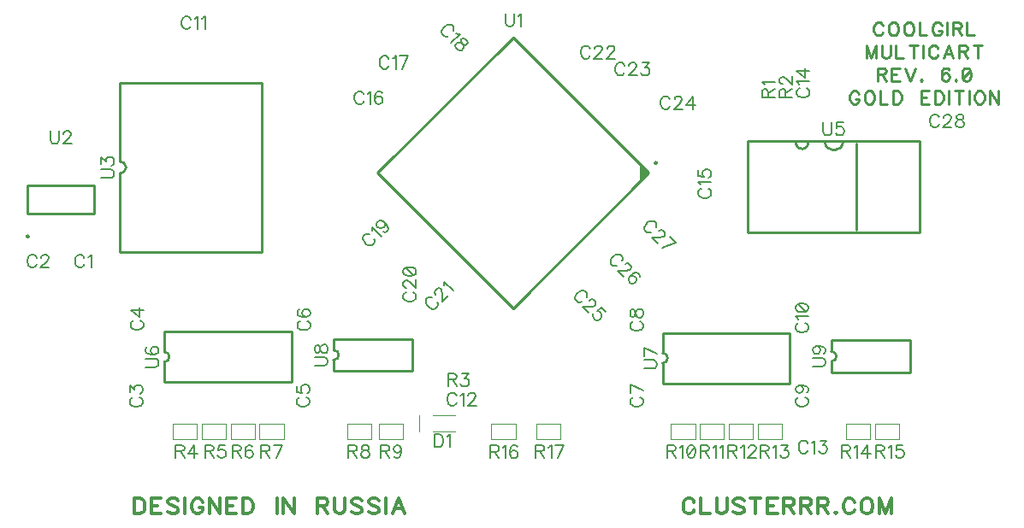
<source format=gbr>
G04 DipTrace 4.0.0.5*
G04 TopSilk.gbr*
%MOIN*%
G04 #@! TF.FileFunction,Legend,Top*
G04 #@! TF.Part,Single*
%ADD10C,0.009843*%
%ADD13C,0.004724*%
%ADD29C,0.003937*%
%ADD79C,0.00772*%
%ADD80C,0.013123*%
%ADD81C,0.010936*%
%FSLAX26Y26*%
G04*
G70*
G90*
G75*
G01*
G04 TopSilk*
%LPD*%
X2135827Y1075197D2*
D13*
X2051575D1*
X2135827Y1012205D2*
X2051575D1*
X1997244Y1075591D2*
Y1011811D1*
X1037539Y1042175D2*
D29*
Y982707D1*
X1131437D1*
Y1042175D1*
X1037539D1*
X1150020D2*
Y982707D1*
X1243917D1*
Y1042175D1*
X1150020D1*
X1262539D2*
Y982707D1*
X1356437D1*
Y1042175D1*
X1262539D1*
X1375020D2*
Y982707D1*
X1468917D1*
Y1042175D1*
X1375020D1*
X1715492D2*
Y982707D1*
X1809390D1*
Y1042175D1*
X1715492D1*
X1840492D2*
Y982707D1*
X1934390D1*
Y1042175D1*
X1840492D1*
X2978012D2*
Y982707D1*
X3071909D1*
Y1042175D1*
X2978012D1*
X3090501Y1042185D2*
Y982718D1*
X3184399D1*
Y1042185D1*
X3090501D1*
X3203001Y1042184D2*
Y982717D1*
X3296899D1*
Y1042184D1*
X3203001D1*
X3315503Y1042185D2*
Y982718D1*
X3409400D1*
Y1042185D1*
X3315503D1*
X3659253Y1042184D2*
Y982717D1*
X3753151D1*
Y1042184D1*
X3659253D1*
X3771752D2*
Y982717D1*
X3865650D1*
Y1042184D1*
X3771752D1*
X2371909Y982707D2*
Y1042175D1*
X2278012D1*
Y982707D1*
X2371909D1*
X2546909D2*
Y1042175D1*
X2453012D1*
Y982707D1*
X2546909D1*
X2891270Y2021761D2*
D10*
X2362387Y2550644D1*
X1833633Y2021889D1*
X2362515Y1493007D1*
X2891270Y2021761D1*
G36*
X2913648Y2066294D2*
X2914418Y2066969D1*
X2915270Y2067539D1*
X2916189Y2067992D1*
X2917159Y2068321D1*
X2918164Y2068521D1*
X2919187Y2068588D1*
X2920209Y2068521D1*
X2921214Y2068321D1*
X2922184Y2067992D1*
X2923103Y2067539D1*
X2923955Y2066969D1*
X2924725Y2066294D1*
X2925401Y2065524D1*
X2925970Y2064672D1*
X2926423Y2063753D1*
X2926752Y2062783D1*
X2926952Y2061778D1*
X2927019Y2060755D1*
X2926952Y2059733D1*
X2926752Y2058728D1*
X2926423Y2057758D1*
X2925970Y2056839D1*
X2925401Y2055987D1*
X2924725Y2055217D1*
X2924661Y2055153D1*
X2923891Y2054477D1*
X2923039Y2053908D1*
X2922120Y2053455D1*
X2921150Y2053125D1*
X2920145Y2052926D1*
X2919123Y2052859D1*
X2918100Y2052926D1*
X2917095Y2053125D1*
X2916125Y2053455D1*
X2915206Y2053908D1*
X2914354Y2054477D1*
X2913584Y2055153D1*
X2912909Y2055923D1*
X2912339Y2056775D1*
X2911886Y2057694D1*
X2911557Y2058664D1*
X2911357Y2059669D1*
X2911290Y2060691D1*
X2911357Y2061714D1*
X2911557Y2062719D1*
X2911886Y2063689D1*
X2912339Y2064608D1*
X2912909Y2065459D1*
X2913584Y2066230D1*
X2913648Y2066294D1*
G37*
G36*
X2891270Y2021761D2*
X2855093Y2057938D1*
X2855157Y1985649D1*
X2891270Y2021761D1*
G37*
G36*
X478773Y1774320D2*
X478707Y1773315D1*
X478511Y1772327D1*
X478187Y1771373D1*
X477741Y1770469D1*
X477181Y1769631D1*
X476517Y1768874D1*
X475760Y1768210D1*
X474922Y1767650D1*
X474018Y1767204D1*
X473064Y1766881D1*
X472076Y1766684D1*
X471071Y1766618D1*
X470066Y1766684D1*
X469077Y1766881D1*
X468123Y1767204D1*
X467220Y1767650D1*
X466382Y1768210D1*
X465625Y1768874D1*
X464960Y1769631D1*
X464401Y1770469D1*
X463955Y1771373D1*
X463631Y1772327D1*
X463435Y1773315D1*
X463369Y1774320D1*
Y1774346D1*
X463435Y1775352D1*
X463631Y1776340D1*
X463955Y1777294D1*
X464401Y1778198D1*
X464960Y1779035D1*
X465625Y1779793D1*
X466382Y1780457D1*
X467220Y1781017D1*
X468123Y1781462D1*
X469077Y1781786D1*
X470066Y1781983D1*
X471071Y1782049D1*
X472076Y1781983D1*
X473064Y1781786D1*
X474018Y1781462D1*
X474922Y1781017D1*
X475760Y1780457D1*
X476517Y1779793D1*
X477181Y1779035D1*
X477741Y1778198D1*
X478187Y1777294D1*
X478511Y1776340D1*
X478707Y1775352D1*
X478773Y1774346D1*
Y1774320D1*
G37*
X470031Y1863583D2*
D10*
X729862D1*
X470031Y1973819D2*
X729862D1*
Y1863583D2*
Y1973819D1*
X470031Y1863583D2*
Y1973819D1*
X830596Y1713060D2*
X1381806D1*
Y2374341D1*
X830596D1*
Y2067299D1*
Y1713060D2*
Y2020102D1*
G03X830596Y2067299I49J23598D01*
G01*
X3698862Y1801238D2*
Y2135902D1*
X3701597Y2145753D2*
X3512562D1*
X3465407D2*
G03X3512562Y2145753I23577J-5634D01*
G01*
X3278360D2*
X3278277Y1793937D1*
X3278360Y1791386D2*
X3947650D1*
X3947899Y1794220D2*
X3947650Y2145753D1*
X3648475D1*
X3577535D2*
X3278360D1*
X3577535D2*
G03X3648475Y2145753I35470J33D01*
G01*
X1003912Y1206000D2*
X1499957D1*
Y1402832D1*
X1003912D1*
Y1324085D1*
Y1206000D2*
Y1284747D1*
G03X1003912Y1324085I24J19669D01*
G01*
X2945678Y1201535D2*
X3441723D1*
Y1398367D1*
X2945678D1*
Y1319621D1*
Y1201535D2*
Y1280282D1*
G03X2945678Y1319621I24J19669D01*
G01*
X1663239Y1248623D2*
X1970357D1*
X1663239Y1374594D2*
X1970357D1*
Y1248623D2*
Y1374594D1*
X1663239Y1248623D2*
Y1291920D1*
Y1331298D2*
Y1374594D1*
Y1291920D2*
G03X1663239Y1331298I-3J19689D01*
G01*
X3602642Y1243215D2*
X3909760D1*
X3602642Y1369186D2*
X3909760D1*
Y1243215D2*
Y1369186D1*
X3602642Y1243215D2*
Y1286512D1*
Y1325890D2*
Y1369186D1*
Y1286512D2*
G03X3602642Y1325890I-3J19689D01*
G01*
X887762Y752670D2*
D80*
Y692382D1*
X907858D1*
X916481Y695300D1*
X922251Y701004D1*
X925103Y706774D1*
X927954Y715330D1*
Y729722D1*
X925103Y738344D1*
X922251Y744048D1*
X916481Y749818D1*
X907858Y752670D1*
X887762D1*
X991475D2*
X954201D1*
Y692382D1*
X991475D1*
X954201Y723952D2*
X977149D1*
X1057914Y744048D2*
X1052210Y749818D1*
X1043588Y752670D1*
X1032114D1*
X1023492Y749818D1*
X1017722Y744048D1*
Y738344D1*
X1020640Y732574D1*
X1023492Y729722D1*
X1029196Y726870D1*
X1046440Y721100D1*
X1052210Y718248D1*
X1055062Y715330D1*
X1057914Y709626D1*
Y701004D1*
X1052210Y695300D1*
X1043588Y692382D1*
X1032114D1*
X1023492Y695300D1*
X1017722Y701004D1*
X1084160Y752670D2*
Y692382D1*
X1153451Y738344D2*
X1150599Y744048D1*
X1144829Y749818D1*
X1139125Y752670D1*
X1127651D1*
X1121881Y749818D1*
X1116177Y744048D1*
X1113259Y738344D1*
X1110407Y729722D1*
Y715330D1*
X1113259Y706774D1*
X1116177Y701004D1*
X1121881Y695300D1*
X1127651Y692382D1*
X1139125D1*
X1144829Y695300D1*
X1150599Y701004D1*
X1153451Y706774D1*
Y715330D1*
X1139125D1*
X1219890Y752670D2*
Y692382D1*
X1179698Y752670D1*
Y692382D1*
X1283410Y752670D2*
X1246136D1*
Y692382D1*
X1283410D1*
X1246136Y723952D2*
X1269084D1*
X1309657Y752670D2*
Y692382D1*
X1329753D1*
X1338375Y695300D1*
X1344145Y701004D1*
X1346997Y706774D1*
X1349849Y715330D1*
Y729722D1*
X1346997Y738344D1*
X1344145Y744048D1*
X1338375Y749818D1*
X1329753Y752670D1*
X1309657D1*
X1442136D2*
Y692382D1*
X1508575Y752670D2*
Y692382D1*
X1468383Y752670D1*
Y692382D1*
X1600863Y723952D2*
X1626663D1*
X1635285Y726870D1*
X1638203Y729722D1*
X1641055Y735426D1*
Y741196D1*
X1638203Y746900D1*
X1635285Y749818D1*
X1626663Y752670D1*
X1600863D1*
Y692382D1*
X1620959Y723952D2*
X1641055Y692382D1*
X1667301Y752670D2*
Y709626D1*
X1670153Y701004D1*
X1675923Y695300D1*
X1684546Y692382D1*
X1690249D1*
X1698871Y695300D1*
X1704642Y701004D1*
X1707493Y709626D1*
Y752670D1*
X1773932Y744048D2*
X1768228Y749818D1*
X1759606Y752670D1*
X1748132D1*
X1739510Y749818D1*
X1733740Y744048D1*
Y738344D1*
X1736658Y732574D1*
X1739510Y729722D1*
X1745214Y726870D1*
X1762458Y721100D1*
X1768228Y718248D1*
X1771080Y715330D1*
X1773932Y709626D1*
Y701004D1*
X1768228Y695300D1*
X1759606Y692382D1*
X1748132D1*
X1739510Y695300D1*
X1733740Y701004D1*
X1840371Y744048D2*
X1834667Y749818D1*
X1826045Y752670D1*
X1814571D1*
X1805949Y749818D1*
X1800179Y744048D1*
Y738344D1*
X1803097Y732574D1*
X1805949Y729722D1*
X1811653Y726870D1*
X1828897Y721100D1*
X1834667Y718248D1*
X1837519Y715330D1*
X1840371Y709626D1*
Y701004D1*
X1834667Y695300D1*
X1826045Y692382D1*
X1814571D1*
X1805949Y695300D1*
X1800179Y701004D1*
X1866618Y752670D2*
Y692382D1*
X1938826D2*
X1915812Y752670D1*
X1892864Y692382D1*
X1901486Y712478D2*
X1930204D1*
X3068308Y738345D2*
X3065456Y744049D1*
X3059686Y749819D1*
X3053982Y752671D1*
X3042508D1*
X3036738Y749819D1*
X3031034Y744049D1*
X3028116Y738345D1*
X3025264Y729723D1*
Y715331D1*
X3028116Y706775D1*
X3031034Y701005D1*
X3036738Y695301D1*
X3042508Y692383D1*
X3053982D1*
X3059686Y695301D1*
X3065456Y701005D1*
X3068308Y706775D1*
X3094554Y752671D2*
Y692383D1*
X3128976D1*
X3155223Y752671D2*
Y709627D1*
X3158075Y701005D1*
X3163845Y695301D1*
X3172467Y692383D1*
X3178171D1*
X3186793Y695301D1*
X3192563Y701005D1*
X3195415Y709627D1*
Y752671D1*
X3261854Y744049D2*
X3256150Y749819D1*
X3247528Y752671D1*
X3236054D1*
X3227432Y749819D1*
X3221662Y744049D1*
Y738345D1*
X3224580Y732575D1*
X3227432Y729723D1*
X3233136Y726871D1*
X3250380Y721101D1*
X3256150Y718249D1*
X3259002Y715331D1*
X3261854Y709627D1*
Y701005D1*
X3256150Y695301D1*
X3247528Y692383D1*
X3236054D1*
X3227432Y695301D1*
X3221662Y701005D1*
X3308196Y752671D2*
Y692383D1*
X3288100Y752671D2*
X3328292D1*
X3391813D2*
X3354539D1*
Y692383D1*
X3391813D1*
X3354539Y723953D2*
X3377487D1*
X3418060D2*
X3443859D1*
X3452482Y726871D1*
X3455400Y729723D1*
X3458252Y735427D1*
Y741197D1*
X3455400Y746901D1*
X3452482Y749819D1*
X3443859Y752671D1*
X3418060D1*
Y692383D1*
X3438156Y723953D2*
X3458252Y692383D1*
X3484498Y723953D2*
X3510298D1*
X3518920Y726871D1*
X3521838Y729723D1*
X3524690Y735427D1*
Y741197D1*
X3521838Y746901D1*
X3518920Y749819D1*
X3510298Y752671D1*
X3484498D1*
Y692383D1*
X3504594Y723953D2*
X3524690Y692383D1*
X3550937Y723953D2*
X3576737D1*
X3585359Y726871D1*
X3588277Y729723D1*
X3591129Y735427D1*
Y741197D1*
X3588277Y746901D1*
X3585359Y749819D1*
X3576737Y752671D1*
X3550937D1*
Y692383D1*
X3571033Y723953D2*
X3591129Y692383D1*
X3620228Y698153D2*
X3617376Y695235D1*
X3620228Y692383D1*
X3623146Y695235D1*
X3620228Y698153D1*
X3692437Y738345D2*
X3689585Y744049D1*
X3683815Y749819D1*
X3678111Y752671D1*
X3666637D1*
X3660867Y749819D1*
X3655163Y744049D1*
X3652245Y738345D1*
X3649393Y729723D1*
Y715331D1*
X3652245Y706775D1*
X3655163Y701005D1*
X3660867Y695301D1*
X3666637Y692383D1*
X3678111D1*
X3683815Y695301D1*
X3689585Y701005D1*
X3692437Y706775D1*
X3735927Y752671D2*
X3730157Y749819D1*
X3724453Y744049D1*
X3721535Y738345D1*
X3718683Y729723D1*
Y715331D1*
X3721535Y706775D1*
X3724453Y701005D1*
X3730157Y695301D1*
X3735927Y692383D1*
X3747401D1*
X3753105Y695301D1*
X3758875Y701005D1*
X3761727Y706775D1*
X3764579Y715331D1*
Y729723D1*
X3761727Y738345D1*
X3758875Y744049D1*
X3753105Y749819D1*
X3747401Y752671D1*
X3735927D1*
X3836722Y692383D2*
Y752671D1*
X3813774Y692383D1*
X3790826Y752671D1*
Y692383D1*
X3803860Y2597574D2*
D81*
X3801484Y2602327D1*
X3796675Y2607135D1*
X3791922Y2609512D1*
X3782360D1*
X3777552Y2607135D1*
X3772799Y2602327D1*
X3770367Y2597574D1*
X3767990Y2590389D1*
Y2578395D1*
X3770367Y2571265D1*
X3772799Y2566457D1*
X3777552Y2561704D1*
X3782360Y2559272D1*
X3791922D1*
X3796675Y2561704D1*
X3801484Y2566457D1*
X3803860Y2571265D1*
X3840102Y2609512D2*
X3835294Y2607135D1*
X3830541Y2602327D1*
X3828109Y2597574D1*
X3825732Y2590389D1*
Y2578395D1*
X3828109Y2571265D1*
X3830541Y2566457D1*
X3835294Y2561704D1*
X3840102Y2559272D1*
X3849664D1*
X3854417Y2561704D1*
X3859226Y2566457D1*
X3861602Y2571265D1*
X3863979Y2578395D1*
Y2590389D1*
X3861602Y2597574D1*
X3859226Y2602327D1*
X3854417Y2607135D1*
X3849664Y2609512D1*
X3840102D1*
X3900221D2*
X3895413Y2607135D1*
X3890660Y2602327D1*
X3888228Y2597574D1*
X3885851Y2590389D1*
Y2578395D1*
X3888228Y2571265D1*
X3890660Y2566457D1*
X3895413Y2561704D1*
X3900221Y2559272D1*
X3909783D1*
X3914536Y2561704D1*
X3919345Y2566457D1*
X3921721Y2571265D1*
X3924098Y2578395D1*
Y2590389D1*
X3921721Y2597574D1*
X3919345Y2602327D1*
X3914536Y2607135D1*
X3909783Y2609512D1*
X3900221D1*
X3945970D2*
Y2559272D1*
X3974655D1*
X4032397Y2597574D2*
X4030020Y2602327D1*
X4025212Y2607135D1*
X4020459Y2609512D1*
X4010897D1*
X4006089Y2607135D1*
X4001336Y2602327D1*
X3998904Y2597574D1*
X3996527Y2590389D1*
Y2578395D1*
X3998904Y2571265D1*
X4001336Y2566457D1*
X4006089Y2561704D1*
X4010897Y2559272D1*
X4020459D1*
X4025212Y2561704D1*
X4030020Y2566457D1*
X4032397Y2571265D1*
Y2578395D1*
X4020459D1*
X4054269Y2609512D2*
Y2559272D1*
X4076142Y2585580D2*
X4097641D1*
X4104826Y2588012D1*
X4107258Y2590389D1*
X4109635Y2595142D1*
Y2599950D1*
X4107258Y2604703D1*
X4104826Y2607135D1*
X4097641Y2609512D1*
X4076142D1*
Y2559272D1*
X4092888Y2585580D2*
X4109635Y2559272D1*
X4131507Y2609512D2*
Y2559272D1*
X4160192D1*
X3777310Y2470083D2*
Y2520323D1*
X3758187Y2470083D1*
X3739064Y2520323D1*
Y2470083D1*
X3799183Y2520323D2*
Y2484454D1*
X3801559Y2477269D1*
X3806368Y2472515D1*
X3813553Y2470083D1*
X3818306D1*
X3825491Y2472515D1*
X3830299Y2477269D1*
X3832676Y2484454D1*
Y2520323D1*
X3854548D2*
Y2470083D1*
X3883233D1*
X3921852Y2520323D2*
Y2470083D1*
X3905105Y2520323D2*
X3938599D1*
X3960471D2*
Y2470083D1*
X4018213Y2508385D2*
X4015837Y2513138D1*
X4011028Y2517947D1*
X4006275Y2520323D1*
X3996713D1*
X3991905Y2517947D1*
X3987152Y2513138D1*
X3984720Y2508385D1*
X3982343Y2501200D1*
Y2489207D1*
X3984720Y2482077D1*
X3987152Y2477269D1*
X3991905Y2472515D1*
X3996713Y2470083D1*
X4006275D1*
X4011028Y2472515D1*
X4015837Y2477269D1*
X4018213Y2482077D1*
X4078387Y2470083D2*
X4059209Y2520323D1*
X4040085Y2470083D1*
X4047270Y2486830D2*
X4071202D1*
X4100259Y2496392D2*
X4121759D1*
X4128944Y2498824D1*
X4131376Y2501200D1*
X4133753Y2505953D1*
Y2510762D1*
X4131376Y2515515D1*
X4128944Y2517947D1*
X4121759Y2520323D1*
X4100259D1*
Y2470083D1*
X4117006Y2496392D2*
X4133753Y2470083D1*
X4172372Y2520323D2*
Y2470083D1*
X4155625Y2520323D2*
X4189118D1*
X3782471Y2407203D2*
X3803971D1*
X3811156Y2409635D1*
X3813588Y2412012D1*
X3815964Y2416765D1*
Y2421574D1*
X3813588Y2426327D1*
X3811156Y2428759D1*
X3803971Y2431135D1*
X3782471D1*
Y2380895D1*
X3799217Y2407203D2*
X3815964Y2380895D1*
X3868898Y2431135D2*
X3837836D1*
Y2380895D1*
X3868898D1*
X3837836Y2407203D2*
X3856960D1*
X3890770Y2431135D2*
X3909893Y2380895D1*
X3929017Y2431135D1*
X3953266Y2385704D2*
X3950889Y2383272D1*
X3953266Y2380895D1*
X3955697Y2383272D1*
X3953266Y2385704D1*
X4061289Y2423950D2*
X4058912Y2428703D1*
X4051727Y2431080D1*
X4046974D1*
X4039789Y2428703D1*
X4034980Y2421518D1*
X4032604Y2409580D1*
Y2397642D1*
X4034980Y2388080D1*
X4039789Y2383272D1*
X4046974Y2380895D1*
X4049350D1*
X4056480Y2383272D1*
X4061289Y2388080D1*
X4063665Y2395265D1*
Y2397642D1*
X4061289Y2404827D1*
X4056480Y2409580D1*
X4049350Y2411957D1*
X4046974D1*
X4039789Y2409580D1*
X4034980Y2404827D1*
X4032604Y2397642D1*
X4087914Y2385704D2*
X4085537Y2383272D1*
X4087914Y2380895D1*
X4090346Y2383272D1*
X4087914Y2385704D1*
X4126588Y2431080D2*
X4119403Y2428703D1*
X4114595Y2421518D1*
X4112218Y2409580D1*
Y2402395D1*
X4114595Y2390457D1*
X4119403Y2383272D1*
X4126588Y2380895D1*
X4131341D1*
X4138526Y2383272D1*
X4143280Y2390457D1*
X4145711Y2402395D1*
Y2409580D1*
X4143280Y2421518D1*
X4138526Y2428703D1*
X4131341Y2431080D1*
X4126588D1*
X4143280Y2421518D2*
X4114595Y2390457D1*
X3710041Y2330009D2*
X3707665Y2334762D1*
X3702856Y2339570D1*
X3698103Y2341947D1*
X3688542D1*
X3683733Y2339570D1*
X3678980Y2334762D1*
X3676548Y2330009D1*
X3674171Y2322824D1*
Y2310830D1*
X3676548Y2303700D1*
X3678980Y2298892D1*
X3683733Y2294139D1*
X3688542Y2291707D1*
X3698103D1*
X3702856Y2294139D1*
X3707665Y2298892D1*
X3710041Y2303700D1*
Y2310830D1*
X3698103D1*
X3746284Y2341947D2*
X3741475Y2339570D1*
X3736722Y2334762D1*
X3734290Y2330009D1*
X3731914Y2322824D1*
Y2310830D1*
X3734290Y2303700D1*
X3736722Y2298892D1*
X3741475Y2294139D1*
X3746284Y2291707D1*
X3755845D1*
X3760599Y2294139D1*
X3765407Y2298892D1*
X3767784Y2303700D1*
X3770160Y2310830D1*
Y2322824D1*
X3767784Y2330009D1*
X3765407Y2334762D1*
X3760599Y2339570D1*
X3755845Y2341947D1*
X3746284D1*
X3792032D2*
Y2291707D1*
X3820717D1*
X3842590Y2341947D2*
Y2291707D1*
X3859336D1*
X3866521Y2294139D1*
X3871330Y2298892D1*
X3873706Y2303700D1*
X3876083Y2310830D1*
Y2322824D1*
X3873706Y2330009D1*
X3871330Y2334762D1*
X3866521Y2339570D1*
X3859336Y2341947D1*
X3842590D1*
X3984051D2*
X3952989D1*
Y2291707D1*
X3984051D1*
X3952989Y2318015D2*
X3972112D1*
X4005923Y2341947D2*
Y2291707D1*
X4022670D1*
X4029855Y2294139D1*
X4034663Y2298892D1*
X4037040Y2303700D1*
X4039416Y2310830D1*
Y2322824D1*
X4037040Y2330009D1*
X4034663Y2334762D1*
X4029855Y2339570D1*
X4022670Y2341947D1*
X4005923D1*
X4061289D2*
Y2291707D1*
X4099907Y2341947D2*
Y2291707D1*
X4083161Y2341947D2*
X4116654D1*
X4138526D2*
Y2291707D1*
X4174769Y2341947D2*
X4169960Y2339570D1*
X4165207Y2334762D1*
X4162775Y2330009D1*
X4160399Y2322824D1*
Y2310830D1*
X4162775Y2303700D1*
X4165207Y2298892D1*
X4169960Y2294139D1*
X4174769Y2291707D1*
X4184330D1*
X4189084Y2294139D1*
X4193892Y2298892D1*
X4196269Y2303700D1*
X4198645Y2310830D1*
Y2322824D1*
X4196269Y2330009D1*
X4193892Y2334762D1*
X4189084Y2339570D1*
X4184330Y2341947D1*
X4174769D1*
X4254011D2*
Y2291707D1*
X4220517Y2341947D1*
Y2291707D1*
X691670Y1691550D2*
D79*
X689293Y1696303D1*
X684485Y1701112D1*
X679732Y1703488D1*
X670170D1*
X665362Y1701112D1*
X660609Y1696303D1*
X658177Y1691550D1*
X655800Y1684365D1*
Y1672371D1*
X658177Y1665242D1*
X660609Y1660433D1*
X665362Y1655680D1*
X670170Y1653248D1*
X679732D1*
X684485Y1655680D1*
X689293Y1660433D1*
X691670Y1665242D1*
X707109Y1693871D2*
X711918Y1696303D1*
X719103Y1703433D1*
Y1653248D1*
X505920Y1691550D2*
X503544Y1696303D1*
X498735Y1701112D1*
X493982Y1703488D1*
X484420D1*
X479612Y1701112D1*
X474859Y1696303D1*
X472427Y1691550D1*
X470050Y1684365D1*
Y1672371D1*
X472427Y1665242D1*
X474859Y1660433D1*
X479612Y1655680D1*
X484420Y1653248D1*
X493982D1*
X498735Y1655680D1*
X503544Y1660433D1*
X505920Y1665242D1*
X523791Y1691495D2*
Y1693871D1*
X526168Y1698680D1*
X528544Y1701056D1*
X533353Y1703433D1*
X542914D1*
X547668Y1701056D1*
X550044Y1698680D1*
X552476Y1693871D1*
Y1689118D1*
X550044Y1684310D1*
X545291Y1677180D1*
X521359Y1653248D1*
X554853D1*
X881136Y1146147D2*
X876383Y1143771D1*
X871575Y1138962D1*
X869198Y1134209D1*
Y1124647D1*
X871575Y1119839D1*
X876383Y1115086D1*
X881136Y1112654D1*
X888321Y1110277D1*
X900315D1*
X907445Y1112654D1*
X912253Y1115086D1*
X917006Y1119839D1*
X919438Y1124647D1*
Y1134209D1*
X917006Y1138962D1*
X912253Y1143771D1*
X907445Y1146147D1*
X869253Y1166395D2*
Y1192648D1*
X888377Y1178333D1*
Y1185518D1*
X890753Y1190271D1*
X893130Y1192648D1*
X900315Y1195080D1*
X905068D1*
X912253Y1192648D1*
X917062Y1187895D1*
X919438Y1180710D1*
Y1173525D1*
X917062Y1166395D1*
X914630Y1164018D1*
X909877Y1161586D1*
X883697Y1445752D2*
X878944Y1443375D1*
X874135Y1438566D1*
X871759Y1433813D1*
Y1424252D1*
X874135Y1419443D1*
X878944Y1414690D1*
X883697Y1412258D1*
X890882Y1409882D1*
X902875D1*
X910005Y1412258D1*
X914814Y1414690D1*
X919567Y1419443D1*
X921999Y1424252D1*
Y1433813D1*
X919567Y1438566D1*
X914814Y1443375D1*
X910005Y1445752D1*
X921999Y1485122D2*
X871814D1*
X905252Y1461191D1*
Y1497061D1*
X1531136Y1146941D2*
X1526383Y1144565D1*
X1521575Y1139756D1*
X1519198Y1135003D1*
Y1125441D1*
X1521575Y1120633D1*
X1526383Y1115880D1*
X1531136Y1113448D1*
X1538321Y1111071D1*
X1550315D1*
X1557445Y1113448D1*
X1562253Y1115880D1*
X1567006Y1120633D1*
X1569438Y1125441D1*
Y1135003D1*
X1567006Y1139756D1*
X1562253Y1144565D1*
X1557445Y1146941D1*
X1519253Y1191065D2*
Y1167189D1*
X1540753Y1164812D1*
X1538377Y1167189D1*
X1535945Y1174374D1*
Y1181504D1*
X1538377Y1188689D1*
X1543130Y1193497D1*
X1550315Y1195874D1*
X1555068D1*
X1562253Y1193497D1*
X1567062Y1188689D1*
X1569438Y1181504D1*
Y1174374D1*
X1567062Y1167189D1*
X1564630Y1164812D1*
X1559877Y1162380D1*
X1533697Y1444635D2*
X1528944Y1442258D1*
X1524135Y1437450D1*
X1521759Y1432697D1*
Y1423135D1*
X1524135Y1418326D1*
X1528944Y1413573D1*
X1533697Y1411141D1*
X1540882Y1408765D1*
X1552875D1*
X1560005Y1411141D1*
X1564814Y1413573D1*
X1569567Y1418326D1*
X1571999Y1423135D1*
Y1432697D1*
X1569567Y1437450D1*
X1564814Y1442258D1*
X1560005Y1444635D1*
X1528944Y1488759D2*
X1524190Y1486382D1*
X1521814Y1479197D1*
Y1474444D1*
X1524190Y1467259D1*
X1531375Y1462451D1*
X1543314Y1460074D1*
X1555252D1*
X1564814Y1462451D1*
X1569622Y1467259D1*
X1571999Y1474444D1*
Y1476821D1*
X1569622Y1483950D1*
X1564814Y1488759D1*
X1557628Y1491135D1*
X1555252D1*
X1548067Y1488759D1*
X1543314Y1483950D1*
X1540937Y1476821D1*
Y1474444D1*
X1543314Y1467259D1*
X1548067Y1462451D1*
X1555252Y1460074D1*
X2831135Y1147051D2*
X2826382Y1144675D1*
X2821573Y1139866D1*
X2819197Y1135113D1*
Y1125552D1*
X2821573Y1120743D1*
X2826382Y1115990D1*
X2831135Y1113558D1*
X2838320Y1111181D1*
X2850314D1*
X2857443Y1113558D1*
X2862252Y1115990D1*
X2867005Y1120743D1*
X2869437Y1125552D1*
Y1135113D1*
X2867005Y1139866D1*
X2862252Y1144675D1*
X2857443Y1147051D1*
X2869437Y1172052D2*
X2819252Y1195984D1*
Y1162491D1*
X2831135Y1442065D2*
X2826382Y1439688D1*
X2821573Y1434880D1*
X2819197Y1430126D1*
Y1420565D1*
X2821573Y1415756D1*
X2826382Y1411003D1*
X2831135Y1408571D1*
X2838320Y1406195D1*
X2850314D1*
X2857443Y1408571D1*
X2862252Y1411003D1*
X2867005Y1415756D1*
X2869437Y1420565D1*
Y1430126D1*
X2867005Y1434880D1*
X2862252Y1439688D1*
X2857443Y1442065D1*
X2819252Y1469442D2*
X2821629Y1462312D1*
X2826382Y1459880D1*
X2831190D1*
X2835944Y1462312D1*
X2838375Y1467065D1*
X2840752Y1476627D1*
X2843129Y1483812D1*
X2847937Y1488565D1*
X2852690Y1490942D1*
X2859875D1*
X2864628Y1488565D1*
X2867060Y1486189D1*
X2869437Y1479004D1*
Y1469442D1*
X2867060Y1462312D1*
X2864628Y1459880D1*
X2859875Y1457504D1*
X2852690D1*
X2847937Y1459880D1*
X2843129Y1464689D1*
X2840752Y1471819D1*
X2838375Y1481380D1*
X2835944Y1486189D1*
X2831190Y1488565D1*
X2826382D1*
X2821629Y1486189D1*
X2819252Y1479004D1*
Y1469442D1*
X3474884Y1147248D2*
X3470131Y1144871D1*
X3465323Y1140062D1*
X3462946Y1135309D1*
Y1125748D1*
X3465323Y1120939D1*
X3470131Y1116186D1*
X3474884Y1113754D1*
X3482069Y1111378D1*
X3494063D1*
X3501193Y1113754D1*
X3506001Y1116186D1*
X3510754Y1120939D1*
X3513186Y1125748D1*
Y1135309D1*
X3510754Y1140062D1*
X3506001Y1144871D1*
X3501193Y1147248D1*
X3479693Y1193804D2*
X3486878Y1191372D1*
X3491686Y1186618D1*
X3494063Y1179433D1*
Y1177057D1*
X3491686Y1169872D1*
X3486878Y1165119D1*
X3479693Y1162687D1*
X3477316D1*
X3470131Y1165119D1*
X3465378Y1169872D1*
X3463001Y1177057D1*
Y1179433D1*
X3465378Y1186618D1*
X3470131Y1191372D1*
X3479693Y1193804D1*
X3491686D1*
X3503625Y1191372D1*
X3510810Y1186618D1*
X3513186Y1179433D1*
Y1174680D1*
X3510810Y1167495D1*
X3506001Y1165119D1*
X3474884Y1435953D2*
X3470131Y1433577D1*
X3465323Y1428768D1*
X3462946Y1424015D1*
Y1414453D1*
X3465323Y1409645D1*
X3470131Y1404892D1*
X3474884Y1402460D1*
X3482069Y1400083D1*
X3494063D1*
X3501193Y1402460D1*
X3506001Y1404892D1*
X3510754Y1409645D1*
X3513186Y1414453D1*
Y1424015D1*
X3510754Y1428768D1*
X3506001Y1433577D1*
X3501193Y1435953D1*
X3472563Y1451392D2*
X3470131Y1456201D1*
X3463001Y1463386D1*
X3513186D1*
X3463001Y1493195D2*
X3465378Y1486010D1*
X3472563Y1481202D1*
X3484501Y1478825D1*
X3491686D1*
X3503625Y1481202D1*
X3510810Y1486010D1*
X3513186Y1493195D1*
Y1497948D1*
X3510810Y1505133D1*
X3503625Y1509887D1*
X3491686Y1512318D1*
X3484501D1*
X3472563Y1509887D1*
X3465378Y1505133D1*
X3463001Y1497948D1*
Y1493195D1*
X3472563Y1509887D2*
X3503625Y1481202D1*
X1106909Y2621087D2*
X1104532Y2625840D1*
X1099724Y2630648D1*
X1094971Y2633025D1*
X1085409D1*
X1080601Y2630648D1*
X1075848Y2625840D1*
X1073416Y2621087D1*
X1071039Y2613902D1*
Y2601908D1*
X1073416Y2594778D1*
X1075848Y2589970D1*
X1080601Y2585217D1*
X1085409Y2582785D1*
X1094971D1*
X1099724Y2585217D1*
X1104532Y2589970D1*
X1106909Y2594778D1*
X1122348Y2623408D2*
X1127157Y2625840D1*
X1134342Y2632970D1*
Y2582785D1*
X1149781Y2623408D2*
X1154589Y2625840D1*
X1161775Y2632970D1*
Y2582785D1*
X2142204Y1152530D2*
X2139827Y1157283D1*
X2135019Y1162092D1*
X2130266Y1164468D1*
X2120704D1*
X2115895Y1162092D1*
X2111142Y1157283D1*
X2108710Y1152530D1*
X2106334Y1145345D1*
Y1133352D1*
X2108710Y1126222D1*
X2111142Y1121414D1*
X2115895Y1116660D1*
X2120704Y1114228D1*
X2130266D1*
X2135019Y1116660D1*
X2139827Y1121414D1*
X2142204Y1126222D1*
X2157643Y1154852D2*
X2162451Y1157283D1*
X2169636Y1164413D1*
Y1114228D1*
X2187508Y1152475D2*
Y1154852D1*
X2189884Y1159660D1*
X2192261Y1162037D1*
X2197069Y1164413D1*
X2206631D1*
X2211384Y1162037D1*
X2213761Y1159660D1*
X2216192Y1154852D1*
Y1150098D1*
X2213761Y1145290D1*
X2209007Y1138160D1*
X2185076Y1114228D1*
X2218569D1*
X3510953Y966206D2*
X3508577Y970959D1*
X3503768Y975768D1*
X3499015Y978144D1*
X3489453D1*
X3484645Y975768D1*
X3479892Y970959D1*
X3477460Y966206D1*
X3475083Y959021D1*
Y947028D1*
X3477460Y939898D1*
X3479892Y935089D1*
X3484645Y930336D1*
X3489453Y927904D1*
X3499015D1*
X3503768Y930336D1*
X3508577Y935089D1*
X3510953Y939898D1*
X3526392Y968527D2*
X3531201Y970959D1*
X3538386Y978089D1*
Y927904D1*
X3558634Y978089D2*
X3584887D1*
X3570572Y958966D1*
X3577757D1*
X3582510Y956589D1*
X3584887Y954213D1*
X3587318Y947028D1*
Y942274D1*
X3584887Y935089D1*
X3580133Y930281D1*
X3572948Y927904D1*
X3565763D1*
X3558634Y930281D1*
X3556257Y932713D1*
X3553825Y937466D1*
X3479572Y2351951D2*
X3474819Y2349575D1*
X3470010Y2344766D1*
X3467634Y2340013D1*
Y2330451D1*
X3470010Y2325643D1*
X3474819Y2320890D1*
X3479572Y2318458D1*
X3486757Y2316081D1*
X3498751D1*
X3505880Y2318458D1*
X3510689Y2320890D1*
X3515442Y2325643D1*
X3517874Y2330451D1*
Y2340013D1*
X3515442Y2344766D1*
X3510689Y2349575D1*
X3505880Y2351951D1*
X3477251Y2367390D2*
X3474819Y2372199D1*
X3467689Y2379384D1*
X3517874D1*
Y2418755D2*
X3467689D1*
X3501127Y2394823D1*
Y2430693D1*
X3096195Y1960953D2*
X3091442Y1958577D1*
X3086634Y1953768D1*
X3084257Y1949015D1*
Y1939453D1*
X3086634Y1934645D1*
X3091442Y1929892D1*
X3096195Y1927460D1*
X3103380Y1925083D1*
X3115374D1*
X3122504Y1927460D1*
X3127312Y1929892D1*
X3132065Y1934645D1*
X3134497Y1939453D1*
Y1949015D1*
X3132065Y1953768D1*
X3127312Y1958577D1*
X3122504Y1960953D1*
X3093874Y1976392D2*
X3091442Y1981201D1*
X3084313Y1988386D1*
X3134497D1*
X3084313Y2032510D2*
Y2008634D1*
X3105812Y2006257D1*
X3103436Y2008634D1*
X3101004Y2015819D1*
Y2022948D1*
X3103436Y2030133D1*
X3108189Y2034942D1*
X3115374Y2037318D1*
X3120127D1*
X3127312Y2034942D1*
X3132121Y2030133D1*
X3134497Y2022948D1*
Y2015819D1*
X3132121Y2008634D1*
X3129689Y2006257D1*
X3124936Y2003825D1*
X1780918Y2328705D2*
X1778542Y2333458D1*
X1773733Y2338266D1*
X1768980Y2340643D1*
X1759419D1*
X1754610Y2338266D1*
X1749857Y2333458D1*
X1747425Y2328705D1*
X1745048Y2321520D1*
Y2309526D1*
X1747425Y2302397D1*
X1749857Y2297588D1*
X1754610Y2292835D1*
X1759419Y2290403D1*
X1768980D1*
X1773733Y2292835D1*
X1778542Y2297588D1*
X1780918Y2302397D1*
X1796358Y2331026D2*
X1801166Y2333458D1*
X1808351Y2340588D1*
Y2290403D1*
X1852475Y2333458D2*
X1850099Y2338211D1*
X1842914Y2340588D1*
X1838160D1*
X1830975Y2338211D1*
X1826167Y2331026D1*
X1823790Y2319088D1*
Y2307150D1*
X1826167Y2297588D1*
X1830975Y2292780D1*
X1838160Y2290403D1*
X1840537D1*
X1847667Y2292780D1*
X1852475Y2297588D1*
X1854852Y2304773D1*
Y2307150D1*
X1852475Y2314335D1*
X1847667Y2319088D1*
X1840537Y2321464D1*
X1838160D1*
X1830975Y2319088D1*
X1826167Y2314335D1*
X1823790Y2307150D1*
X1878248Y2466677D2*
X1875872Y2471430D1*
X1871063Y2476239D1*
X1866310Y2478615D1*
X1856749D1*
X1851940Y2476239D1*
X1847187Y2471430D1*
X1844755Y2466677D1*
X1842378Y2459492D1*
Y2447499D1*
X1844755Y2440369D1*
X1847187Y2435560D1*
X1851940Y2430807D1*
X1856749Y2428375D1*
X1866310D1*
X1871063Y2430807D1*
X1875872Y2435560D1*
X1878248Y2440369D1*
X1893688Y2468999D2*
X1898496Y2471430D1*
X1905681Y2478560D1*
Y2428375D1*
X1930682D2*
X1954614Y2478560D1*
X1921120D1*
X2128919Y2575238D2*
X2130599Y2580280D1*
Y2587080D1*
X2128919Y2592122D1*
X2122158Y2598883D1*
X2117077Y2600602D1*
X2110316Y2600563D1*
X2105235Y2598922D1*
X2098474Y2595522D1*
X2089994Y2587041D1*
X2086633Y2580319D1*
X2084952Y2575199D1*
Y2568477D1*
X2086633Y2563358D1*
X2093394Y2556597D1*
X2098474Y2554955D1*
X2105235Y2554916D1*
X2110316Y2556636D1*
X2141477Y2565963D2*
X2146597Y2564282D1*
X2156719Y2564243D1*
X2121233Y2528757D1*
X2176078Y2544884D2*
X2169356Y2548245D1*
X2164275Y2546604D1*
X2160875Y2543204D1*
X2159234Y2538123D1*
X2160875Y2533043D1*
X2165956Y2524601D1*
X2169356Y2517840D1*
X2169317Y2511079D1*
X2167636Y2506037D1*
X2162556Y2500957D1*
X2157514Y2499276D1*
X2154114Y2499237D1*
X2147353Y2502637D1*
X2140592Y2509398D1*
X2137231Y2516120D1*
Y2519559D1*
X2138911Y2524601D1*
X2143992Y2529682D1*
X2149033Y2531362D1*
X2155834D1*
X2162556Y2528001D1*
X2170997Y2522920D1*
X2176117Y2521240D1*
X2181158Y2522920D1*
X2184559Y2526321D1*
X2186239Y2531362D1*
X2182839Y2538123D1*
X2176078Y2544884D1*
X1802883Y1782565D2*
X1797842Y1784246D1*
X1791042D1*
X1786000Y1782565D1*
X1779239Y1775804D1*
X1777520Y1770724D1*
X1777559Y1763963D1*
X1779200Y1758882D1*
X1782600Y1752121D1*
X1791081Y1743640D1*
X1797803Y1740279D1*
X1802923Y1738599D1*
X1809645D1*
X1814764Y1740279D1*
X1821525Y1747040D1*
X1823167Y1752121D1*
X1823206Y1758882D1*
X1821486Y1763963D1*
X1812159Y1795124D2*
X1813840Y1800244D1*
X1813879Y1810366D1*
X1849365Y1774880D1*
X1858601Y1831483D2*
X1861962Y1824683D1*
X1862002Y1817922D1*
X1858601Y1811161D1*
X1856921Y1809480D1*
X1850160Y1806080D1*
X1843399Y1806119D1*
X1836599Y1809480D1*
X1834918Y1811161D1*
X1831557Y1817961D1*
Y1824683D1*
X1834957Y1831444D1*
X1836638Y1833125D1*
X1843399Y1836525D1*
X1850121D1*
X1858601Y1831483D1*
X1867082Y1823003D1*
X1873804Y1812841D1*
X1875524Y1804400D1*
X1872124Y1797639D1*
X1868763Y1794278D1*
X1862002Y1790878D1*
X1856921Y1792597D1*
X1946195Y1556453D2*
X1941442Y1554076D1*
X1936634Y1549267D1*
X1934257Y1544514D1*
Y1534953D1*
X1936634Y1530144D1*
X1941442Y1525391D1*
X1946195Y1522959D1*
X1953380Y1520583D1*
X1965374D1*
X1972504Y1522959D1*
X1977312Y1525391D1*
X1982065Y1530144D1*
X1984497Y1534953D1*
Y1544514D1*
X1982065Y1549267D1*
X1977312Y1554076D1*
X1972504Y1556453D1*
X1946251Y1574324D2*
X1943874D1*
X1939066Y1576700D1*
X1936689Y1579077D1*
X1934313Y1583885D1*
Y1593447D1*
X1936689Y1598200D1*
X1939066Y1600577D1*
X1943874Y1603009D1*
X1948627D1*
X1953436Y1600577D1*
X1960566Y1595823D1*
X1984497Y1571892D1*
Y1605385D1*
X1934313Y1635194D2*
X1936689Y1628009D1*
X1943874Y1623201D1*
X1955812Y1620824D1*
X1962997D1*
X1974936Y1623201D1*
X1982121Y1628009D1*
X1984497Y1635194D1*
Y1639948D1*
X1982121Y1647133D1*
X1974936Y1651886D1*
X1962997Y1654318D1*
X1955812D1*
X1943874Y1651886D1*
X1936689Y1647133D1*
X1934313Y1639948D1*
Y1635194D1*
X1943874Y1651886D2*
X1974936Y1623201D1*
X2048159Y1535608D2*
X2043118Y1537288D1*
X2036317D1*
X2031276Y1535608D1*
X2024515Y1528847D1*
X2022795Y1523766D1*
X2022834Y1517005D1*
X2024476Y1511925D1*
X2027876Y1505164D1*
X2036356Y1496683D1*
X2043078Y1493322D1*
X2048198Y1491641D1*
X2054920D1*
X2060040Y1493322D1*
X2066801Y1500083D1*
X2068442Y1505164D1*
X2068481Y1511925D1*
X2066762Y1517005D1*
X2060835Y1548206D2*
X2059154Y1549886D1*
X2057435Y1554967D1*
Y1558328D1*
X2059154Y1563408D1*
X2065915Y1570169D1*
X2070957Y1571850D1*
X2074318D1*
X2079438Y1570169D1*
X2082799Y1566808D1*
X2084479Y1561689D1*
X2086160Y1553286D1*
Y1519442D1*
X2109843Y1543125D1*
X2092035Y1582767D2*
X2093716Y1587887D1*
X2093755Y1598009D1*
X2129241Y1562523D1*
X2662703Y2506266D2*
X2660327Y2511020D1*
X2655518Y2515828D1*
X2650765Y2518205D1*
X2641203D1*
X2636395Y2515828D1*
X2631642Y2511020D1*
X2629210Y2506266D1*
X2626833Y2499081D1*
Y2487088D1*
X2629210Y2479958D1*
X2631642Y2475150D1*
X2636395Y2470397D1*
X2641203Y2467965D1*
X2650765D1*
X2655518Y2470397D1*
X2660327Y2475150D1*
X2662703Y2479958D1*
X2680574Y2506211D2*
Y2508588D1*
X2682951Y2513396D1*
X2685327Y2515773D1*
X2690136Y2518149D1*
X2699698D1*
X2704451Y2515773D1*
X2706827Y2513396D1*
X2709259Y2508588D1*
Y2503835D1*
X2706827Y2499026D1*
X2702074Y2491896D1*
X2678142Y2467965D1*
X2711636D1*
X2729507Y2506211D2*
Y2508588D1*
X2731883Y2513396D1*
X2734260Y2515773D1*
X2739068Y2518149D1*
X2748630D1*
X2753383Y2515773D1*
X2755760Y2513396D1*
X2758192Y2508588D1*
Y2503835D1*
X2755760Y2499026D1*
X2751007Y2491896D1*
X2727075Y2467965D1*
X2760568D1*
X2797078Y2440641D2*
X2794702Y2445394D1*
X2789893Y2450202D1*
X2785140Y2452579D1*
X2775579D1*
X2770770Y2450202D1*
X2766017Y2445394D1*
X2763585Y2440641D1*
X2761209Y2433455D1*
Y2421462D1*
X2763585Y2414332D1*
X2766017Y2409524D1*
X2770770Y2404771D1*
X2775579Y2402339D1*
X2785140D1*
X2789893Y2404771D1*
X2794702Y2409524D1*
X2797078Y2414332D1*
X2814950Y2440585D2*
Y2442962D1*
X2817326Y2447770D1*
X2819703Y2450147D1*
X2824511Y2452523D1*
X2834073D1*
X2838826Y2450147D1*
X2841203Y2447770D1*
X2843634Y2442962D1*
Y2438209D1*
X2841203Y2433400D1*
X2836449Y2426270D1*
X2812518Y2402339D1*
X2846011D1*
X2866259Y2452523D2*
X2892512D1*
X2878197Y2433400D1*
X2885382D1*
X2890135Y2431024D1*
X2892512Y2428647D1*
X2894944Y2421462D1*
Y2416709D1*
X2892512Y2409524D1*
X2887759Y2404715D1*
X2880574Y2402339D1*
X2873389D1*
X2866259Y2404715D1*
X2863882Y2407147D1*
X2861450Y2411900D1*
X2974015Y2309391D2*
X2971638Y2314144D1*
X2966830Y2318953D1*
X2962077Y2321329D1*
X2952515D1*
X2947707Y2318953D1*
X2942953Y2314144D1*
X2940522Y2309391D1*
X2938145Y2302206D1*
Y2290213D1*
X2940522Y2283083D1*
X2942953Y2278274D1*
X2947707Y2273521D1*
X2952515Y2271089D1*
X2962077D1*
X2966830Y2273521D1*
X2971638Y2278274D1*
X2974015Y2283083D1*
X2991886Y2309336D2*
Y2311712D1*
X2994263Y2316521D1*
X2996639Y2318898D1*
X3001448Y2321274D1*
X3011009D1*
X3015762Y2318898D1*
X3018139Y2316521D1*
X3020571Y2311712D1*
Y2306959D1*
X3018139Y2302151D1*
X3013386Y2295021D1*
X2989454Y2271089D1*
X3022947D1*
X3062318D2*
Y2321274D1*
X3038387Y2287836D1*
X3074257D1*
X2648669Y1537744D2*
X2650350Y1542786D1*
Y1549586D1*
X2648669Y1554628D1*
X2641908Y1561389D1*
X2636828Y1563108D1*
X2630067Y1563069D1*
X2624986Y1561428D1*
X2618225Y1558028D1*
X2609744Y1549547D1*
X2606383Y1542825D1*
X2604703Y1537705D1*
Y1530983D1*
X2606383Y1525864D1*
X2613144Y1519103D1*
X2618225Y1517461D1*
X2624986Y1517422D1*
X2630067Y1519142D1*
X2661267Y1525069D2*
X2662947Y1526749D1*
X2668028Y1528469D1*
X2671389D1*
X2676470Y1526749D1*
X2683231Y1519988D1*
X2684911Y1514946D1*
Y1511585D1*
X2683231Y1506466D1*
X2679870Y1503105D1*
X2674750Y1501424D1*
X2666348Y1499744D1*
X2632503D1*
X2656186Y1476060D1*
X2722873Y1480346D2*
X2705990Y1497229D1*
X2689106Y1483707D1*
X2692467D1*
X2699268Y1480346D1*
X2704309Y1475304D1*
X2707670Y1468504D1*
X2707709Y1461743D1*
X2704309Y1454982D1*
X2700948Y1451621D1*
X2694187Y1448221D1*
X2687387D1*
X2680626Y1451621D1*
X2675584Y1456663D1*
X2672184Y1463424D1*
X2672223Y1466824D1*
X2673865Y1471904D1*
X2786796Y1678913D2*
X2788476Y1683954D1*
Y1690754D1*
X2786796Y1695796D1*
X2780035Y1702557D1*
X2774954Y1704276D1*
X2768193Y1704237D1*
X2763112Y1702596D1*
X2756351Y1699196D1*
X2747871Y1690715D1*
X2744510Y1683993D1*
X2742829Y1678874D1*
Y1672152D1*
X2744510Y1667032D1*
X2751271Y1660271D1*
X2756351Y1658629D1*
X2763112Y1658590D1*
X2768193Y1660310D1*
X2799393Y1666237D2*
X2801074Y1667917D1*
X2806155Y1669637D1*
X2809516D1*
X2814596Y1667917D1*
X2821357Y1661156D1*
X2823038Y1656115D1*
Y1652754D1*
X2821357Y1647634D1*
X2817996Y1644273D1*
X2812877Y1642592D1*
X2804474Y1640912D1*
X2770629D1*
X2794313Y1617229D1*
X2855958Y1616473D2*
X2857638Y1621514D1*
X2854238Y1628275D1*
X2850877Y1631636D1*
X2844116Y1635036D1*
X2835635Y1633356D1*
X2825513Y1626595D1*
X2817072Y1618153D1*
X2811991Y1609711D1*
Y1602911D1*
X2815391Y1596150D1*
X2817072Y1594470D1*
X2823794Y1591109D1*
X2830594D1*
X2837355Y1594509D1*
X2839035Y1596189D1*
X2842436Y1602950D1*
X2842396Y1609711D1*
X2839035Y1616433D1*
X2837355Y1618114D1*
X2830594Y1621514D1*
X2823833Y1621553D1*
X2817072Y1618153D1*
X2918612Y1809323D2*
X2920293Y1814365D1*
Y1821165D1*
X2918612Y1826207D1*
X2911851Y1832968D1*
X2906770Y1834687D1*
X2900009Y1834648D1*
X2894929Y1833007D1*
X2888168Y1829607D1*
X2879687Y1821126D1*
X2876326Y1814404D1*
X2874646Y1809284D1*
Y1802562D1*
X2876326Y1797443D1*
X2883087Y1790681D1*
X2888168Y1789040D1*
X2894929Y1789001D1*
X2900009Y1790721D1*
X2931210Y1796647D2*
X2932890Y1798328D1*
X2937971Y1800048D1*
X2941332D1*
X2946413Y1798328D1*
X2953174Y1791567D1*
X2954854Y1786525D1*
Y1783164D1*
X2953174Y1778045D1*
X2949813Y1774684D1*
X2944693Y1773003D1*
X2936290Y1771323D1*
X2902446D1*
X2926129Y1747639D1*
X2943808Y1729961D2*
X2996216Y1748525D1*
X2972532Y1772208D1*
X4022761Y2238429D2*
X4020384Y2243182D1*
X4015576Y2247991D1*
X4010823Y2250367D1*
X4001261D1*
X3996453Y2247991D1*
X3991700Y2243182D1*
X3989268Y2238429D1*
X3986891Y2231244D1*
Y2219251D1*
X3989268Y2212121D1*
X3991700Y2207312D1*
X3996453Y2202559D1*
X4001261Y2200127D1*
X4010823D1*
X4015576Y2202559D1*
X4020384Y2207312D1*
X4022761Y2212121D1*
X4040632Y2238374D2*
Y2240751D1*
X4043009Y2245559D1*
X4045385Y2247936D1*
X4050194Y2250312D1*
X4059755D1*
X4064509Y2247936D1*
X4066885Y2245559D1*
X4069317Y2240751D1*
Y2235997D1*
X4066885Y2231189D1*
X4062132Y2224059D1*
X4038200Y2200127D1*
X4071694D1*
X4099071Y2250312D2*
X4091941Y2247936D1*
X4089509Y2243182D1*
Y2238374D1*
X4091941Y2233621D1*
X4096694Y2231189D1*
X4106256Y2228812D1*
X4113441Y2226436D1*
X4118194Y2221627D1*
X4120571Y2216874D1*
Y2209689D1*
X4118194Y2204936D1*
X4115818Y2202504D1*
X4108633Y2200127D1*
X4099071D1*
X4091941Y2202504D1*
X4089509Y2204936D1*
X4087133Y2209689D1*
Y2216874D1*
X4089509Y2221627D1*
X4094318Y2226436D1*
X4101448Y2228812D1*
X4111009Y2231189D1*
X4115818Y2233621D1*
X4118194Y2238374D1*
Y2243182D1*
X4115818Y2247936D1*
X4108633Y2250312D1*
X4099071D1*
X2056987Y1002801D2*
Y952560D1*
X2073734D1*
X2080919Y954992D1*
X2085727Y959746D1*
X2088104Y964554D1*
X2090480Y971684D1*
Y983677D1*
X2088104Y990862D1*
X2085727Y995615D1*
X2080919Y1000424D1*
X2073734Y1002801D1*
X2056987D1*
X2105920Y993184D2*
X2110728Y995615D1*
X2117913Y1002745D1*
Y952560D1*
X3356445Y2316229D2*
Y2337728D1*
X3354013Y2344913D1*
X3351636Y2347345D1*
X3346883Y2349722D1*
X3342075D1*
X3337322Y2347345D1*
X3334890Y2344913D1*
X3332513Y2337728D1*
Y2316229D1*
X3382753D1*
X3356445Y2332975D2*
X3382753Y2349722D1*
X3342130Y2365161D2*
X3339698Y2369970D1*
X3332568Y2377155D1*
X3382753D1*
X3425026Y2317115D2*
Y2338615D1*
X3422594Y2345800D1*
X3420218Y2348232D1*
X3415465Y2350608D1*
X3410656D1*
X3405903Y2348232D1*
X3403471Y2345800D1*
X3401095Y2338615D1*
Y2317115D1*
X3451335D1*
X3425026Y2333862D2*
X3451335Y2350608D1*
X3413088Y2368480D2*
X3410711D1*
X3405903Y2370856D1*
X3403526Y2373233D1*
X3401150Y2378041D1*
Y2387603D1*
X3403526Y2392356D1*
X3405903Y2394733D1*
X3410711Y2397164D1*
X3415465D1*
X3420273Y2394733D1*
X3427403Y2389979D1*
X3451335Y2366048D1*
Y2399541D1*
X2108738Y1215537D2*
X2130238D1*
X2137423Y1217969D1*
X2139855Y1220345D1*
X2142232Y1225098D1*
Y1229907D1*
X2139855Y1234660D1*
X2137423Y1237092D1*
X2130238Y1239468D1*
X2108738D1*
Y1189228D1*
X2125485Y1215537D2*
X2142232Y1189228D1*
X2162480Y1239413D2*
X2188733D1*
X2174418Y1220290D1*
X2181603D1*
X2186356Y1217913D1*
X2188733Y1215537D1*
X2191164Y1208352D1*
Y1203599D1*
X2188733Y1196414D1*
X2183979Y1191605D1*
X2176794Y1189228D1*
X2169609D1*
X2162480Y1191605D1*
X2160103Y1194037D1*
X2157671Y1198790D1*
X1048338Y936732D2*
X1069837D1*
X1077022Y939164D1*
X1079454Y941541D1*
X1081831Y946294D1*
Y951102D1*
X1079454Y955856D1*
X1077022Y958287D1*
X1069837Y960664D1*
X1048338D1*
Y910424D1*
X1065084Y936732D2*
X1081831Y910424D1*
X1121202D2*
Y960609D1*
X1097270Y927171D1*
X1133140D1*
X1162005Y936732D2*
X1183505D1*
X1190690Y939164D1*
X1193122Y941541D1*
X1195498Y946294D1*
Y951102D1*
X1193122Y955856D1*
X1190690Y958287D1*
X1183505Y960664D1*
X1162005D1*
Y910424D1*
X1178752Y936732D2*
X1195498Y910424D1*
X1239622Y960609D2*
X1215746D1*
X1213369Y939109D1*
X1215746Y941485D1*
X1222931Y943917D1*
X1230061D1*
X1237246Y941485D1*
X1242054Y936732D1*
X1244431Y929547D1*
Y924794D1*
X1242054Y917609D1*
X1237246Y912801D1*
X1230061Y910424D1*
X1222931D1*
X1215746Y912801D1*
X1213369Y915232D1*
X1210937Y919986D1*
X1269491Y936732D2*
X1290991D1*
X1298176Y939164D1*
X1300608Y941541D1*
X1302984Y946294D1*
Y951102D1*
X1300608Y955856D1*
X1298176Y958287D1*
X1290991Y960664D1*
X1269491D1*
Y910424D1*
X1286238Y936732D2*
X1302984Y910424D1*
X1347109Y953479D2*
X1344732Y958232D1*
X1337547Y960609D1*
X1332794D1*
X1325609Y958232D1*
X1320800Y951047D1*
X1318424Y939109D1*
Y927171D1*
X1320800Y917609D1*
X1325609Y912801D1*
X1332794Y910424D1*
X1335170D1*
X1342300Y912801D1*
X1347109Y917609D1*
X1349485Y924794D1*
Y927171D1*
X1347109Y934356D1*
X1342300Y939109D1*
X1335170Y941485D1*
X1332794D1*
X1325609Y939109D1*
X1320800Y934356D1*
X1318424Y927171D1*
X1380756Y936732D2*
X1402255D1*
X1409440Y939164D1*
X1411872Y941541D1*
X1414249Y946294D1*
Y951102D1*
X1411872Y955856D1*
X1409440Y958287D1*
X1402255Y960664D1*
X1380756D1*
Y910424D1*
X1397502Y936732D2*
X1414249Y910424D1*
X1439250D2*
X1463181Y960609D1*
X1429688D1*
X1721256Y936732D2*
X1742755D1*
X1749941Y939164D1*
X1752372Y941541D1*
X1754749Y946294D1*
Y951102D1*
X1752372Y955856D1*
X1749941Y958287D1*
X1742755Y960664D1*
X1721256D1*
Y910424D1*
X1738002Y936732D2*
X1754749Y910424D1*
X1782126Y960609D2*
X1774997Y958232D1*
X1772565Y953479D1*
Y948671D1*
X1774997Y943917D1*
X1779750Y941485D1*
X1789311Y939109D1*
X1796497Y936732D1*
X1801250Y931924D1*
X1803626Y927171D1*
Y919986D1*
X1801250Y915232D1*
X1798873Y912801D1*
X1791688Y910424D1*
X1782126D1*
X1774997Y912801D1*
X1772565Y915232D1*
X1770188Y919986D1*
Y927171D1*
X1772565Y931924D1*
X1777373Y936732D1*
X1784503Y939109D1*
X1794065Y941485D1*
X1798873Y943917D1*
X1801250Y948671D1*
Y953479D1*
X1798873Y958232D1*
X1791688Y960609D1*
X1782126D1*
X1847416Y936732D2*
X1868916D1*
X1876101Y939164D1*
X1878533Y941541D1*
X1880910Y946294D1*
Y951102D1*
X1878533Y955856D1*
X1876101Y958287D1*
X1868916Y960664D1*
X1847416D1*
Y910424D1*
X1864163Y936732D2*
X1880910Y910424D1*
X1927466Y943917D2*
X1925034Y936732D1*
X1920281Y931924D1*
X1913096Y929547D1*
X1910719D1*
X1903534Y931924D1*
X1898781Y936732D1*
X1896349Y943917D1*
Y946294D1*
X1898781Y953479D1*
X1903534Y958232D1*
X1910719Y960609D1*
X1913096D1*
X1920281Y958232D1*
X1925034Y953479D1*
X1927466Y943917D1*
Y931924D1*
X1925034Y919986D1*
X1920281Y912801D1*
X1913096Y910424D1*
X1908342D1*
X1901157Y912801D1*
X1898781Y917609D1*
X2963782Y936732D2*
X2985282D1*
X2992467Y939164D1*
X2994899Y941541D1*
X2997275Y946294D1*
Y951102D1*
X2994899Y955856D1*
X2992467Y958287D1*
X2985282Y960664D1*
X2963782D1*
Y910424D1*
X2980529Y936732D2*
X2997275Y910424D1*
X3012715Y951047D2*
X3017523Y953479D1*
X3024708Y960609D1*
Y910424D1*
X3054517Y960609D2*
X3047332Y958232D1*
X3042524Y951047D1*
X3040147Y939109D1*
Y931924D1*
X3042524Y919986D1*
X3047332Y912801D1*
X3054517Y910424D1*
X3059271D1*
X3066456Y912801D1*
X3071209Y919986D1*
X3073641Y931924D1*
Y939109D1*
X3071209Y951047D1*
X3066456Y958232D1*
X3059271Y960609D1*
X3054517D1*
X3071209Y951047D2*
X3042524Y919986D1*
X3093271Y936743D2*
X3114771D1*
X3121956Y939175D1*
X3124387Y941551D1*
X3126764Y946304D1*
Y951113D1*
X3124387Y955866D1*
X3121956Y958298D1*
X3114771Y960675D1*
X3093271D1*
Y910435D1*
X3110017Y936743D2*
X3126764Y910435D1*
X3142203Y951058D2*
X3147012Y953489D1*
X3154197Y960619D1*
Y910435D1*
X3169636Y951058D2*
X3174444Y953489D1*
X3181630Y960619D1*
Y910435D1*
X3201270Y936741D2*
X3222770D1*
X3229955Y939173D1*
X3232387Y941550D1*
X3234763Y946303D1*
Y951112D1*
X3232387Y955865D1*
X3229955Y958297D1*
X3222770Y960673D1*
X3201270D1*
Y910433D1*
X3218017Y936741D2*
X3234763Y910433D1*
X3250203Y951056D2*
X3255011Y953488D1*
X3262196Y960618D1*
Y910433D1*
X3280067Y948680D2*
Y951056D1*
X3282444Y955865D1*
X3284821Y958241D1*
X3289629Y960618D1*
X3299191D1*
X3303944Y958241D1*
X3306320Y955865D1*
X3308752Y951056D1*
Y946303D1*
X3306320Y941495D1*
X3301567Y934365D1*
X3277635Y910433D1*
X3311129D1*
X3326273Y936743D2*
X3347773D1*
X3354958Y939175D1*
X3357390Y941551D1*
X3359766Y946304D1*
Y951113D1*
X3357390Y955866D1*
X3354958Y958298D1*
X3347773Y960675D1*
X3326273D1*
Y910435D1*
X3343019Y936743D2*
X3359766Y910435D1*
X3375205Y951058D2*
X3380014Y953489D1*
X3387199Y960619D1*
Y910435D1*
X3407447Y960619D2*
X3433700D1*
X3419385Y941496D1*
X3426570D1*
X3431323Y939119D1*
X3433700Y936743D1*
X3436131Y929558D1*
Y924805D1*
X3433700Y917620D1*
X3428946Y912811D1*
X3421761Y910435D1*
X3414576D1*
X3407447Y912811D1*
X3405070Y915243D1*
X3402638Y919996D1*
X3643835Y936741D2*
X3665335D1*
X3672520Y939173D1*
X3674952Y941550D1*
X3677328Y946303D1*
Y951112D1*
X3674952Y955865D1*
X3672520Y958297D1*
X3665335Y960673D1*
X3643835D1*
Y910433D1*
X3660582Y936741D2*
X3677328Y910433D1*
X3692768Y951056D2*
X3697576Y953488D1*
X3704761Y960618D1*
Y910433D1*
X3744132D2*
Y960618D1*
X3720200Y927180D1*
X3756070D1*
X3776271Y936741D2*
X3797771D1*
X3804956Y939173D1*
X3807388Y941550D1*
X3809765Y946303D1*
Y951112D1*
X3807388Y955865D1*
X3804956Y958297D1*
X3797771Y960673D1*
X3776271D1*
Y910433D1*
X3793018Y936741D2*
X3809765Y910433D1*
X3825204Y951056D2*
X3830012Y953488D1*
X3837198Y960618D1*
Y910433D1*
X3881322Y960618D2*
X3857445D1*
X3855069Y939118D1*
X3857445Y941495D1*
X3864630Y943927D1*
X3871760D1*
X3878945Y941495D1*
X3883754Y936741D1*
X3886130Y929556D1*
Y924803D1*
X3883754Y917618D1*
X3878945Y912810D1*
X3871760Y910433D1*
X3864630D1*
X3857445Y912810D1*
X3855069Y915242D1*
X3852637Y919995D1*
X2274078Y935012D2*
X2295578D1*
X2302763Y937444D1*
X2305195Y939820D1*
X2307571Y944573D1*
Y949382D1*
X2305195Y954135D1*
X2302763Y956567D1*
X2295578Y958944D1*
X2274078D1*
Y908704D1*
X2290825Y935012D2*
X2307571Y908704D1*
X2323011Y949327D2*
X2327819Y951759D1*
X2335004Y958888D1*
Y908704D1*
X2379128Y951759D2*
X2376752Y956512D1*
X2369567Y958888D1*
X2364813D1*
X2357628Y956512D1*
X2352820Y949327D1*
X2350443Y937388D1*
Y925450D1*
X2352820Y915889D1*
X2357628Y911080D1*
X2364813Y908704D1*
X2367190D1*
X2374320Y911080D1*
X2379128Y915889D1*
X2381505Y923074D1*
Y925450D1*
X2379128Y932635D1*
X2374320Y937388D1*
X2367190Y939765D1*
X2364813D1*
X2357628Y937388D1*
X2352820Y932635D1*
X2350443Y925450D1*
X2451281Y936732D2*
X2472780D1*
X2479966Y939164D1*
X2482397Y941541D1*
X2484774Y946294D1*
Y951102D1*
X2482397Y955856D1*
X2479966Y958287D1*
X2472780Y960664D1*
X2451281D1*
Y910424D1*
X2468027Y936732D2*
X2484774Y910424D1*
X2500213Y951047D2*
X2505022Y953479D1*
X2512207Y960609D1*
Y910424D1*
X2537208D2*
X2561139Y960609D1*
X2527646D1*
X2333385Y2643651D2*
Y2607781D1*
X2335762Y2600596D1*
X2340570Y2595843D1*
X2347755Y2593411D1*
X2352508D1*
X2359693Y2595843D1*
X2364502Y2600596D1*
X2366878Y2607781D1*
Y2643651D1*
X2382318Y2634034D2*
X2387126Y2636466D1*
X2394311Y2643596D1*
Y2593411D1*
X559657Y2185673D2*
Y2149803D1*
X562034Y2142618D1*
X566842Y2137865D1*
X574027Y2135433D1*
X578780D1*
X585965Y2137865D1*
X590774Y2142618D1*
X593150Y2149803D1*
Y2185673D1*
X611022Y2173680D2*
Y2176056D1*
X613398Y2180865D1*
X615775Y2183241D1*
X620583Y2185618D1*
X630145D1*
X634898Y2183241D1*
X637275Y2180865D1*
X639706Y2176056D1*
Y2171303D1*
X637275Y2166495D1*
X632521Y2159365D1*
X608590Y2135433D1*
X642083D1*
X757373Y2002488D2*
X793243D1*
X800428Y2004864D1*
X805181Y2009673D1*
X807613Y2016858D1*
Y2021611D1*
X805181Y2028796D1*
X800428Y2033605D1*
X793243Y2035981D1*
X757373D1*
X757428Y2056229D2*
Y2082482D1*
X776551Y2068167D1*
Y2075352D1*
X778928Y2080105D1*
X781304Y2082482D1*
X788489Y2084914D1*
X793243D1*
X800428Y2082482D1*
X805236Y2077729D1*
X807613Y2070544D1*
Y2063359D1*
X805236Y2056229D1*
X802804Y2053852D1*
X798051Y2051420D1*
X3570798Y2218976D2*
Y2183106D1*
X3573174Y2175921D1*
X3577983Y2171168D1*
X3585168Y2168736D1*
X3589921D1*
X3597106Y2171168D1*
X3601914Y2175921D1*
X3604291Y2183106D1*
Y2218976D1*
X3648415Y2218921D2*
X3624539D1*
X3622162Y2197421D1*
X3624539Y2199798D1*
X3631724Y2202230D1*
X3638853D1*
X3646038Y2199798D1*
X3650847Y2195045D1*
X3653223Y2187860D1*
Y2183106D1*
X3650847Y2175921D1*
X3646038Y2171113D1*
X3638853Y2168736D1*
X3631724D1*
X3624539Y2171113D1*
X3622162Y2173545D1*
X3619730Y2178298D1*
X930689Y1264419D2*
X966559D1*
X973744Y1266796D1*
X978497Y1271604D1*
X980929Y1278789D1*
Y1283542D1*
X978497Y1290727D1*
X973744Y1295536D1*
X966559Y1297912D1*
X930689D1*
X937874Y1342036D2*
X933121Y1339660D1*
X930744Y1332475D1*
Y1327722D1*
X933121Y1320537D1*
X940306Y1315728D1*
X952244Y1313352D1*
X964182D1*
X973744Y1315728D1*
X978552Y1320537D1*
X980929Y1327722D1*
Y1330098D1*
X978552Y1337228D1*
X973744Y1342036D1*
X966559Y1344413D1*
X964182D1*
X956997Y1342036D1*
X952244Y1337228D1*
X949868Y1330098D1*
Y1327722D1*
X952244Y1320537D1*
X956997Y1315728D1*
X964182Y1313352D1*
X2872455Y1258738D2*
X2908325D1*
X2915510Y1261115D1*
X2920264Y1265924D1*
X2922695Y1273109D1*
Y1277862D1*
X2920264Y1285047D1*
X2915510Y1289855D1*
X2908325Y1292232D1*
X2872455D1*
X2922695Y1317233D2*
X2872511Y1341164D1*
Y1307671D1*
X1590016Y1270424D2*
X1625886D1*
X1633071Y1272800D1*
X1637824Y1277609D1*
X1640256Y1284794D1*
Y1289547D1*
X1637824Y1296732D1*
X1633071Y1301540D1*
X1625886Y1303917D1*
X1590016D1*
X1590071Y1331294D2*
X1592448Y1324165D1*
X1597201Y1321733D1*
X1602009D1*
X1606762Y1324165D1*
X1609194Y1328918D1*
X1611571Y1338479D1*
X1613947Y1345664D1*
X1618756Y1350418D1*
X1623509Y1352794D1*
X1630694D1*
X1635447Y1350418D1*
X1637879Y1348041D1*
X1640256Y1340856D1*
Y1331294D1*
X1637879Y1324165D1*
X1635447Y1321733D1*
X1630694Y1319356D1*
X1623509D1*
X1618756Y1321733D1*
X1613947Y1326541D1*
X1611571Y1333671D1*
X1609194Y1343233D1*
X1606762Y1348041D1*
X1602009Y1350418D1*
X1597201D1*
X1592448Y1348041D1*
X1590071Y1340856D1*
Y1331294D1*
X3529419Y1266176D2*
X3565289D1*
X3572474Y1268553D1*
X3577227Y1273361D1*
X3579659Y1280546D1*
Y1285299D1*
X3577227Y1292484D1*
X3572474Y1297293D1*
X3565289Y1299669D1*
X3529419D1*
X3546165Y1346225D2*
X3553350Y1343794D1*
X3558159Y1339040D1*
X3560535Y1331855D1*
Y1329479D1*
X3558159Y1322294D1*
X3553350Y1317541D1*
X3546165Y1315109D1*
X3543789D1*
X3536604Y1317541D1*
X3531851Y1322294D1*
X3529474Y1329479D1*
Y1331855D1*
X3531851Y1339040D1*
X3536604Y1343794D1*
X3546165Y1346225D1*
X3558159D1*
X3570097Y1343794D1*
X3577282Y1339040D1*
X3579659Y1331855D1*
Y1327102D1*
X3577282Y1319917D1*
X3572474Y1317541D1*
M02*

</source>
